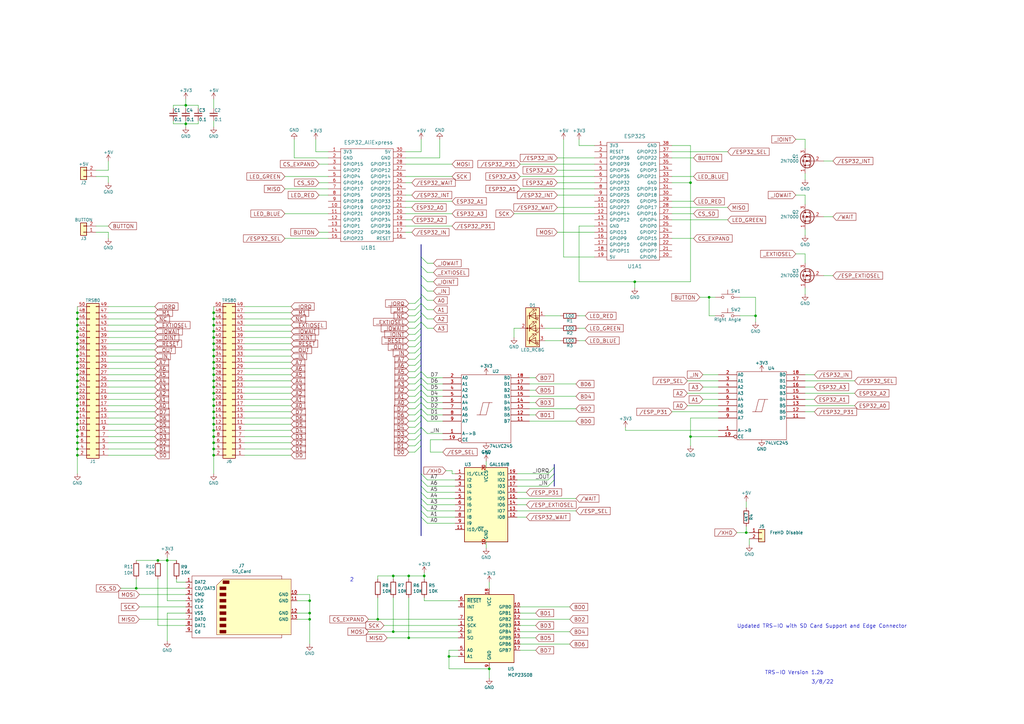
<source format=kicad_sch>
(kicad_sch (version 20211123) (generator eeschema)
  (paper "A3")
  (junction (at 87.63 179.07))
  (junction (at 306.07 218.44))
  (junction (at 31.75 128.27))
  (junction (at 167.64 261.62))
  (junction (at 87.63 184.15))
  (junction (at 31.75 130.81))
  (junction (at 31.75 184.15))
  (junction (at 200.66 274.32))
  (junction (at 127 251.46))
  (junction (at 87.63 135.89))
  (junction (at 87.63 161.29))
  (junction (at 87.63 168.91))
  (junction (at 154.94 254))
  (junction (at 87.63 143.51))
  (junction (at 31.75 140.97))
  (junction (at 87.63 171.45))
  (junction (at 290.83 121.92))
  (junction (at 260.35 115.57))
  (junction (at 87.63 173.99))
  (junction (at 87.63 163.83))
  (junction (at 87.63 156.21))
  (junction (at 31.75 173.99))
  (junction (at 87.63 158.75))
  (junction (at 87.63 130.81))
  (junction (at 31.75 166.37))
  (junction (at 87.63 128.27))
  (junction (at 31.75 135.89))
  (junction (at 31.75 153.67))
  (junction (at 31.75 181.61))
  (junction (at 173.99 236.22))
  (junction (at 31.75 161.29))
  (junction (at 76.2 50.8))
  (junction (at 55.88 241.3))
  (junction (at 283.21 74.93))
  (junction (at 184.15 269.24))
  (junction (at 31.75 163.83))
  (junction (at 31.75 133.35))
  (junction (at 87.63 148.59))
  (junction (at 31.75 168.91))
  (junction (at 167.64 236.22))
  (junction (at 31.75 171.45))
  (junction (at 87.63 133.35))
  (junction (at 31.75 176.53))
  (junction (at 87.63 140.97))
  (junction (at 87.63 146.05))
  (junction (at 87.63 153.67))
  (junction (at 31.75 179.07))
  (junction (at 31.75 148.59))
  (junction (at 31.75 186.69))
  (junction (at 87.63 166.37))
  (junction (at 31.75 158.75))
  (junction (at 309.88 129.54))
  (junction (at 31.75 156.21))
  (junction (at 161.29 236.22))
  (junction (at 87.63 186.69))
  (junction (at 31.75 138.43))
  (junction (at 31.75 151.13))
  (junction (at 161.29 259.08))
  (junction (at 87.63 181.61))
  (junction (at 283.21 179.07))
  (junction (at 76.2 43.18))
  (junction (at 31.75 146.05))
  (junction (at 87.63 151.13))
  (junction (at 127 254))
  (junction (at 87.63 176.53))
  (junction (at 87.63 138.43))
  (junction (at 68.58 229.87))
  (junction (at 64.77 229.87))
  (junction (at 31.75 143.51))
  (junction (at 127 246.38))
  (bus_entry (at 170.18 139.7) (size 2.54 -2.54))
  (bus_entry (at 172.72 170.18) (size 2.54 2.54))
  (bus_entry (at 170.18 172.72) (size 2.54 -2.54))
  (bus_entry (at 172.72 162.56) (size 2.54 2.54))
  (bus_entry (at 172.72 201.93) (size 2.54 2.54))
  (bus_entry (at 170.18 165.1) (size 2.54 -2.54))
  (bus_entry (at 170.18 144.78) (size 2.54 -2.54))
  (bus_entry (at 172.72 160.02) (size 2.54 2.54))
  (bus_entry (at 172.72 154.94) (size 2.54 2.54))
  (bus_entry (at 170.18 132.08) (size 2.54 -2.54))
  (bus_entry (at 172.72 209.55) (size 2.54 2.54))
  (bus_entry (at 172.72 165.1) (size 2.54 2.54))
  (bus_entry (at 172.72 124.46) (size 2.54 2.54))
  (bus_entry (at 224.79 196.85) (size 2.54 -2.54))
  (bus_entry (at 170.18 154.94) (size 2.54 -2.54))
  (bus_entry (at 172.72 207.01) (size 2.54 2.54))
  (bus_entry (at 172.72 113.03) (size 2.54 2.54))
  (bus_entry (at 170.18 162.56) (size 2.54 -2.54))
  (bus_entry (at 170.18 182.88) (size 2.54 -2.54))
  (bus_entry (at 172.72 204.47) (size 2.54 2.54))
  (bus_entry (at 170.18 149.86) (size 2.54 -2.54))
  (bus_entry (at 170.18 152.4) (size 2.54 -2.54))
  (bus_entry (at 172.72 196.85) (size 2.54 2.54))
  (bus_entry (at 170.18 129.54) (size 2.54 -2.54))
  (bus_entry (at 172.72 157.48) (size 2.54 2.54))
  (bus_entry (at 170.18 137.16) (size 2.54 -2.54))
  (bus_entry (at 172.72 120.65) (size 2.54 2.54))
  (bus_entry (at 224.79 199.39) (size 2.54 -2.54))
  (bus_entry (at 172.72 128.27) (size 2.54 2.54))
  (bus_entry (at 172.72 175.26) (size 2.54 2.54))
  (bus_entry (at 170.18 177.8) (size 2.54 -2.54))
  (bus_entry (at 172.72 116.84) (size 2.54 2.54))
  (bus_entry (at 170.18 167.64) (size 2.54 -2.54))
  (bus_entry (at 172.72 199.39) (size 2.54 2.54))
  (bus_entry (at 170.18 170.18) (size 2.54 -2.54))
  (bus_entry (at 172.72 132.08) (size 2.54 2.54))
  (bus_entry (at 170.18 180.34) (size 2.54 -2.54))
  (bus_entry (at 170.18 160.02) (size 2.54 -2.54))
  (bus_entry (at 172.72 152.4) (size 2.54 2.54))
  (bus_entry (at 172.72 212.09) (size 2.54 2.54))
  (bus_entry (at 170.18 124.46) (size 2.54 -2.54))
  (bus_entry (at 170.18 127) (size 2.54 -2.54))
  (bus_entry (at 172.72 167.64) (size 2.54 2.54))
  (bus_entry (at 170.18 142.24) (size 2.54 -2.54))
  (bus_entry (at 172.72 109.22) (size 2.54 2.54))
  (bus_entry (at 170.18 175.26) (size 2.54 -2.54))
  (bus_entry (at 224.79 194.31) (size 2.54 -2.54))
  (bus_entry (at 170.18 185.42) (size 2.54 -2.54))
  (bus_entry (at 170.18 157.48) (size 2.54 -2.54))
  (bus_entry (at 170.18 147.32) (size 2.54 -2.54))
  (bus_entry (at 172.72 194.31) (size 2.54 2.54))
  (bus_entry (at 170.18 134.62) (size 2.54 -2.54))
  (bus_entry (at 172.72 105.41) (size 2.54 2.54))
  (wire (pts (xy 175.26 172.72) (xy 181.61 172.72)))
  (wire (pts (xy 87.63 133.35) (xy 87.63 135.89)))
  (bus (pts (xy 172.72 172.72) (xy 172.72 175.26)))
  (wire (pts (xy 44.45 161.29) (xy 63.5 161.29)))
  (wire (pts (xy 175.26 165.1) (xy 181.61 165.1)))
  (wire (pts (xy 76.2 43.18) (xy 76.2 44.45)))
  (bus (pts (xy 172.72 139.7) (xy 172.72 142.24)))
  (wire (pts (xy 81.28 50.8) (xy 81.28 49.53)))
  (wire (pts (xy 87.63 173.99) (xy 87.63 176.53)))
  (wire (pts (xy 154.94 237.49) (xy 154.94 236.22)))
  (wire (pts (xy 44.45 184.15) (xy 63.5 184.15)))
  (wire (pts (xy 55.88 237.49) (xy 55.88 241.3)))
  (wire (pts (xy 100.33 163.83) (xy 119.38 163.83)))
  (wire (pts (xy 127 251.46) (xy 127 254)))
  (wire (pts (xy 100.33 184.15) (xy 119.38 184.15)))
  (wire (pts (xy 167.64 162.56) (xy 170.18 162.56)))
  (wire (pts (xy 167.64 177.8) (xy 170.18 177.8)))
  (wire (pts (xy 120.65 64.77) (xy 120.65 57.15)))
  (wire (pts (xy 167.64 149.86) (xy 170.18 149.86)))
  (wire (pts (xy 281.94 156.21) (xy 294.64 156.21)))
  (wire (pts (xy 87.63 151.13) (xy 87.63 153.67)))
  (wire (pts (xy 100.33 171.45) (xy 119.38 171.45)))
  (wire (pts (xy 44.45 69.85) (xy 44.45 66.04)))
  (wire (pts (xy 175.26 204.47) (xy 186.69 204.47)))
  (wire (pts (xy 100.33 135.89) (xy 119.38 135.89)))
  (wire (pts (xy 175.26 134.62) (xy 177.8 134.62)))
  (wire (pts (xy 287.02 121.92) (xy 290.83 121.92)))
  (wire (pts (xy 330.2 161.29) (xy 350.52 161.29)))
  (bus (pts (xy 172.72 165.1) (xy 172.72 167.64)))
  (wire (pts (xy 284.48 87.63) (xy 275.59 87.63)))
  (bus (pts (xy 172.72 129.54) (xy 172.72 132.08)))
  (wire (pts (xy 212.09 196.85) (xy 224.79 196.85)))
  (wire (pts (xy 175.26 127) (xy 177.8 127)))
  (bus (pts (xy 172.72 170.18) (xy 172.72 172.72)))
  (bus (pts (xy 172.72 167.64) (xy 172.72 170.18)))
  (wire (pts (xy 87.63 166.37) (xy 87.63 168.91)))
  (wire (pts (xy 87.63 156.21) (xy 87.63 158.75)))
  (wire (pts (xy 175.26 130.81) (xy 177.8 130.81)))
  (wire (pts (xy 100.33 158.75) (xy 119.38 158.75)))
  (wire (pts (xy 87.63 181.61) (xy 87.63 184.15)))
  (wire (pts (xy 39.37 69.85) (xy 44.45 69.85)))
  (wire (pts (xy 44.45 156.21) (xy 63.5 156.21)))
  (bus (pts (xy 172.72 128.27) (xy 172.72 129.54)))
  (wire (pts (xy 175.26 167.64) (xy 181.61 167.64)))
  (wire (pts (xy 167.64 170.18) (xy 170.18 170.18)))
  (wire (pts (xy 217.17 172.72) (xy 236.22 172.72)))
  (wire (pts (xy 44.45 181.61) (xy 63.5 181.61)))
  (wire (pts (xy 326.39 104.14) (xy 330.2 104.14)))
  (wire (pts (xy 100.33 125.73) (xy 119.38 125.73)))
  (wire (pts (xy 166.37 82.55) (xy 185.42 82.55)))
  (wire (pts (xy 116.84 77.47) (xy 134.62 77.47)))
  (wire (pts (xy 31.75 186.69) (xy 31.75 194.31)))
  (wire (pts (xy 213.36 248.92) (xy 233.68 248.92)))
  (wire (pts (xy 129.54 62.23) (xy 129.54 57.15)))
  (wire (pts (xy 44.45 173.99) (xy 63.5 173.99)))
  (wire (pts (xy 330.2 153.67) (xy 334.01 153.67)))
  (wire (pts (xy 260.35 115.57) (xy 260.35 118.11)))
  (wire (pts (xy 217.17 154.94) (xy 219.71 154.94)))
  (wire (pts (xy 100.33 130.81) (xy 119.38 130.81)))
  (wire (pts (xy 31.75 173.99) (xy 31.75 176.53)))
  (wire (pts (xy 175.26 201.93) (xy 186.69 201.93)))
  (wire (pts (xy 39.37 95.25) (xy 44.45 95.25)))
  (wire (pts (xy 237.49 92.71) (xy 237.49 115.57)))
  (wire (pts (xy 175.26 160.02) (xy 181.61 160.02)))
  (wire (pts (xy 260.35 115.57) (xy 237.49 115.57)))
  (wire (pts (xy 31.75 148.59) (xy 31.75 151.13)))
  (wire (pts (xy 71.12 49.53) (xy 71.12 50.8)))
  (wire (pts (xy 87.63 161.29) (xy 87.63 163.83)))
  (wire (pts (xy 100.33 151.13) (xy 119.38 151.13)))
  (bus (pts (xy 227.33 190.5) (xy 227.33 191.77)))
  (wire (pts (xy 326.39 57.15) (xy 330.2 57.15)))
  (wire (pts (xy 116.84 87.63) (xy 134.62 87.63)))
  (wire (pts (xy 68.58 229.87) (xy 68.58 228.6)))
  (bus (pts (xy 172.72 116.84) (xy 172.72 120.65)))
  (wire (pts (xy 217.17 162.56) (xy 236.22 162.56)))
  (wire (pts (xy 223.52 134.62) (xy 229.87 134.62)))
  (wire (pts (xy 87.63 148.59) (xy 87.63 151.13)))
  (wire (pts (xy 87.63 128.27) (xy 87.63 130.81)))
  (wire (pts (xy 330.2 104.14) (xy 330.2 107.95)))
  (wire (pts (xy 100.33 166.37) (xy 119.38 166.37)))
  (wire (pts (xy 293.37 129.54) (xy 290.83 129.54)))
  (wire (pts (xy 330.2 80.01) (xy 330.2 83.82)))
  (wire (pts (xy 100.33 161.29) (xy 119.38 161.29)))
  (bus (pts (xy 172.72 134.62) (xy 172.72 137.16)))
  (wire (pts (xy 228.6 64.77) (xy 243.84 64.77)))
  (wire (pts (xy 172.72 62.23) (xy 172.72 57.15)))
  (wire (pts (xy 31.75 153.67) (xy 31.75 156.21)))
  (wire (pts (xy 212.09 209.55) (xy 236.22 209.55)))
  (wire (pts (xy 121.92 243.84) (xy 127 243.84)))
  (wire (pts (xy 166.37 87.63) (xy 185.42 87.63)))
  (wire (pts (xy 231.14 105.41) (xy 243.84 105.41)))
  (wire (pts (xy 288.29 153.67) (xy 294.64 153.67)))
  (wire (pts (xy 326.39 80.01) (xy 330.2 80.01)))
  (bus (pts (xy 172.72 182.88) (xy 172.72 194.31)))
  (wire (pts (xy 76.2 246.38) (xy 68.58 246.38)))
  (wire (pts (xy 130.81 67.31) (xy 134.62 67.31)))
  (wire (pts (xy 31.75 176.53) (xy 31.75 179.07)))
  (wire (pts (xy 173.99 234.95) (xy 173.99 236.22)))
  (wire (pts (xy 175.26 123.19) (xy 177.8 123.19)))
  (wire (pts (xy 166.37 72.39) (xy 185.42 72.39)))
  (wire (pts (xy 243.84 74.93) (xy 228.6 74.93)))
  (wire (pts (xy 175.26 214.63) (xy 186.69 214.63)))
  (wire (pts (xy 303.53 121.92) (xy 309.88 121.92)))
  (wire (pts (xy 31.75 140.97) (xy 31.75 143.51)))
  (wire (pts (xy 213.36 72.39) (xy 243.84 72.39)))
  (wire (pts (xy 100.33 128.27) (xy 119.38 128.27)))
  (wire (pts (xy 184.15 266.7) (xy 187.96 266.7)))
  (wire (pts (xy 31.75 166.37) (xy 31.75 168.91)))
  (wire (pts (xy 290.83 129.54) (xy 290.83 121.92)))
  (wire (pts (xy 213.36 266.7) (xy 219.71 266.7)))
  (wire (pts (xy 100.33 186.69) (xy 119.38 186.69)))
  (wire (pts (xy 233.68 254) (xy 213.36 254)))
  (wire (pts (xy 167.64 182.88) (xy 170.18 182.88)))
  (wire (pts (xy 68.58 246.38) (xy 68.58 229.87)))
  (wire (pts (xy 243.84 67.31) (xy 213.36 67.31)))
  (wire (pts (xy 100.33 176.53) (xy 119.38 176.53)))
  (bus (pts (xy 172.72 147.32) (xy 172.72 149.86)))
  (wire (pts (xy 44.45 171.45) (xy 63.5 171.45)))
  (wire (pts (xy 199.39 224.79) (xy 199.39 222.25)))
  (wire (pts (xy 175.26 157.48) (xy 181.61 157.48)))
  (wire (pts (xy 100.33 156.21) (xy 119.38 156.21)))
  (bus (pts (xy 172.72 121.92) (xy 172.72 124.46)))
  (wire (pts (xy 290.83 121.92) (xy 293.37 121.92)))
  (wire (pts (xy 161.29 259.08) (xy 187.96 259.08)))
  (wire (pts (xy 31.75 161.29) (xy 31.75 163.83)))
  (bus (pts (xy 172.72 199.39) (xy 172.72 201.93)))
  (wire (pts (xy 87.63 130.81) (xy 87.63 133.35)))
  (wire (pts (xy 275.59 74.93) (xy 283.21 74.93)))
  (wire (pts (xy 283.21 115.57) (xy 260.35 115.57)))
  (wire (pts (xy 330.2 71.12) (xy 330.2 73.66)))
  (wire (pts (xy 167.64 237.49) (xy 167.64 236.22)))
  (wire (pts (xy 243.84 59.69) (xy 237.49 59.69)))
  (wire (pts (xy 309.88 129.54) (xy 309.88 132.08)))
  (wire (pts (xy 166.37 67.31) (xy 185.42 67.31)))
  (wire (pts (xy 213.36 134.62) (xy 210.82 134.62)))
  (wire (pts (xy 44.45 143.51) (xy 63.5 143.51)))
  (bus (pts (xy 227.33 194.31) (xy 227.33 196.85)))
  (wire (pts (xy 44.45 151.13) (xy 63.5 151.13)))
  (wire (pts (xy 256.54 176.53) (xy 256.54 175.26)))
  (wire (pts (xy 76.2 238.76) (xy 72.39 238.76)))
  (wire (pts (xy 87.63 158.75) (xy 87.63 161.29)))
  (wire (pts (xy 127 246.38) (xy 127 251.46)))
  (wire (pts (xy 100.33 181.61) (xy 119.38 181.61)))
  (wire (pts (xy 71.12 44.45) (xy 71.12 43.18)))
  (wire (pts (xy 217.17 167.64) (xy 236.22 167.64)))
  (wire (pts (xy 231.14 57.15) (xy 231.14 105.41)))
  (bus (pts (xy 172.72 209.55) (xy 172.72 212.09)))
  (wire (pts (xy 223.52 129.54) (xy 229.87 129.54)))
  (wire (pts (xy 167.64 261.62) (xy 187.96 261.62)))
  (wire (pts (xy 175.26 107.95) (xy 177.8 107.95)))
  (wire (pts (xy 175.26 177.8) (xy 181.61 177.8)))
  (wire (pts (xy 166.37 92.71) (xy 185.42 92.71)))
  (wire (pts (xy 100.33 173.99) (xy 119.38 173.99)))
  (wire (pts (xy 39.37 72.39) (xy 44.45 72.39)))
  (wire (pts (xy 167.64 165.1) (xy 170.18 165.1)))
  (wire (pts (xy 337.82 88.9) (xy 341.63 88.9)))
  (wire (pts (xy 281.94 166.37) (xy 294.64 166.37)))
  (wire (pts (xy 100.33 140.97) (xy 119.38 140.97)))
  (bus (pts (xy 227.33 196.85) (xy 227.33 199.39)))
  (wire (pts (xy 64.77 256.54) (xy 76.2 256.54)))
  (wire (pts (xy 71.12 43.18) (xy 76.2 43.18)))
  (wire (pts (xy 212.09 194.31) (xy 224.79 194.31)))
  (wire (pts (xy 31.75 138.43) (xy 31.75 140.97)))
  (wire (pts (xy 55.88 229.87) (xy 64.77 229.87)))
  (wire (pts (xy 213.36 264.16) (xy 233.68 264.16)))
  (wire (pts (xy 175.26 207.01) (xy 186.69 207.01)))
  (wire (pts (xy 184.15 269.24) (xy 184.15 266.7)))
  (wire (pts (xy 87.63 143.51) (xy 87.63 146.05)))
  (bus (pts (xy 172.72 201.93) (xy 172.72 204.47)))
  (wire (pts (xy 57.15 248.92) (xy 76.2 248.92)))
  (bus (pts (xy 172.72 132.08) (xy 172.72 134.62)))
  (wire (pts (xy 31.75 143.51) (xy 31.75 146.05)))
  (wire (pts (xy 176.53 180.34) (xy 176.53 185.42)))
  (wire (pts (xy 44.45 128.27) (xy 63.5 128.27)))
  (wire (pts (xy 330.2 156.21) (xy 350.52 156.21)))
  (wire (pts (xy 76.2 251.46) (xy 68.58 251.46)))
  (wire (pts (xy 219.71 251.46) (xy 213.36 251.46)))
  (wire (pts (xy 158.75 261.62) (xy 167.64 261.62)))
  (wire (pts (xy 237.49 139.7) (xy 240.03 139.7)))
  (wire (pts (xy 134.62 62.23) (xy 129.54 62.23)))
  (wire (pts (xy 213.36 77.47) (xy 243.84 77.47)))
  (wire (pts (xy 166.37 64.77) (xy 180.34 64.77)))
  (wire (pts (xy 275.59 85.09) (xy 298.45 85.09)))
  (wire (pts (xy 184.15 269.24) (xy 184.15 274.32)))
  (wire (pts (xy 31.75 133.35) (xy 31.75 135.89)))
  (wire (pts (xy 151.13 259.08) (xy 161.29 259.08)))
  (wire (pts (xy 309.88 121.92) (xy 309.88 129.54)))
  (wire (pts (xy 100.33 138.43) (xy 119.38 138.43)))
  (wire (pts (xy 121.92 254) (xy 127 254)))
  (bus (pts (xy 172.72 194.31) (xy 172.72 196.85)))
  (wire (pts (xy 330.2 163.83) (xy 334.01 163.83)))
  (wire (pts (xy 337.82 113.03) (xy 341.63 113.03)))
  (wire (pts (xy 31.75 128.27) (xy 31.75 130.81)))
  (bus (pts (xy 172.72 157.48) (xy 172.72 160.02)))
  (wire (pts (xy 200.66 238.76) (xy 200.66 241.3)))
  (wire (pts (xy 175.26 196.85) (xy 186.69 196.85)))
  (wire (pts (xy 44.45 148.59) (xy 63.5 148.59)))
  (wire (pts (xy 130.81 80.01) (xy 134.62 80.01)))
  (wire (pts (xy 243.84 95.25) (xy 228.6 95.25)))
  (wire (pts (xy 87.63 49.53) (xy 87.63 52.07)))
  (wire (pts (xy 166.37 85.09) (xy 168.91 85.09)))
  (wire (pts (xy 151.13 254) (xy 154.94 254)))
  (bus (pts (xy 172.72 137.16) (xy 172.72 139.7)))
  (wire (pts (xy 167.64 134.62) (xy 170.18 134.62)))
  (wire (pts (xy 121.92 246.38) (xy 127 246.38)))
  (bus (pts (xy 172.72 154.94) (xy 172.72 157.48)))
  (wire (pts (xy 44.45 95.25) (xy 44.45 97.79)))
  (wire (pts (xy 68.58 251.46) (xy 68.58 262.89)))
  (wire (pts (xy 44.45 135.89) (xy 63.5 135.89)))
  (wire (pts (xy 116.84 97.79) (xy 134.62 97.79)))
  (wire (pts (xy 44.45 125.73) (xy 63.5 125.73)))
  (bus (pts (xy 172.72 152.4) (xy 172.72 154.94)))
  (wire (pts (xy 275.59 59.69) (xy 283.21 59.69)))
  (wire (pts (xy 210.82 134.62) (xy 210.82 138.43)))
  (wire (pts (xy 275.59 97.79) (xy 284.48 97.79)))
  (wire (pts (xy 166.37 90.17) (xy 168.91 90.17)))
  (wire (pts (xy 76.2 50.8) (xy 76.2 52.07)))
  (wire (pts (xy 130.81 95.25) (xy 134.62 95.25)))
  (wire (pts (xy 127 254) (xy 127 264.16)))
  (wire (pts (xy 87.63 153.67) (xy 87.63 156.21)))
  (wire (pts (xy 175.26 199.39) (xy 186.69 199.39)))
  (wire (pts (xy 167.64 142.24) (xy 170.18 142.24)))
  (wire (pts (xy 167.64 127) (xy 170.18 127)))
  (wire (pts (xy 166.37 95.25) (xy 168.91 95.25)))
  (wire (pts (xy 76.2 43.18) (xy 81.28 43.18)))
  (wire (pts (xy 275.59 64.77) (xy 284.48 64.77)))
  (wire (pts (xy 31.75 184.15) (xy 31.75 186.69)))
  (wire (pts (xy 283.21 171.45) (xy 283.21 179.07)))
  (wire (pts (xy 337.82 66.04) (xy 341.63 66.04)))
  (bus (pts (xy 172.72 127) (xy 172.72 128.27)))
  (wire (pts (xy 44.45 168.91) (xy 63.5 168.91)))
  (wire (pts (xy 31.75 171.45) (xy 31.75 173.99)))
  (wire (pts (xy 44.45 140.97) (xy 63.5 140.97)))
  (wire (pts (xy 233.68 259.08) (xy 213.36 259.08)))
  (wire (pts (xy 306.07 205.74) (xy 306.07 208.28)))
  (wire (pts (xy 173.99 246.38) (xy 173.99 245.11)))
  (wire (pts (xy 237.49 129.54) (xy 240.03 129.54)))
  (wire (pts (xy 175.26 162.56) (xy 181.61 162.56)))
  (bus (pts (xy 172.72 120.65) (xy 172.72 121.92)))
  (wire (pts (xy 219.71 261.62) (xy 213.36 261.62)))
  (wire (pts (xy 298.45 90.17) (xy 275.59 90.17)))
  (wire (pts (xy 55.88 241.3) (xy 76.2 241.3)))
  (wire (pts (xy 330.2 168.91) (xy 334.01 168.91)))
  (wire (pts (xy 306.07 218.44) (xy 302.26 218.44)))
  (wire (pts (xy 44.45 72.39) (xy 44.45 74.93)))
  (wire (pts (xy 281.94 161.29) (xy 294.64 161.29)))
  (wire (pts (xy 130.81 74.93) (xy 134.62 74.93)))
  (wire (pts (xy 217.17 157.48) (xy 236.22 157.48)))
  (wire (pts (xy 283.21 179.07) (xy 283.21 182.88)))
  (wire (pts (xy 180.34 64.77) (xy 180.34 57.15)))
  (wire (pts (xy 167.64 172.72) (xy 170.18 172.72)))
  (wire (pts (xy 87.63 138.43) (xy 87.63 140.97)))
  (wire (pts (xy 87.63 176.53) (xy 87.63 179.07)))
  (bus (pts (xy 172.72 180.34) (xy 172.72 182.88)))
  (wire (pts (xy 212.09 204.47) (xy 236.22 204.47)))
  (wire (pts (xy 87.63 179.07) (xy 87.63 181.61)))
  (wire (pts (xy 76.2 40.64) (xy 76.2 43.18)))
  (wire (pts (xy 166.37 74.93) (xy 168.91 74.93)))
  (wire (pts (xy 167.64 245.11) (xy 167.64 261.62)))
  (wire (pts (xy 167.64 185.42) (xy 170.18 185.42)))
  (wire (pts (xy 87.63 168.91) (xy 87.63 171.45)))
  (wire (pts (xy 100.33 133.35) (xy 119.38 133.35)))
  (wire (pts (xy 212.09 201.93) (xy 215.9 201.93)))
  (bus (pts (xy 172.72 100.33) (xy 172.72 105.41)))
  (wire (pts (xy 44.45 186.69) (xy 63.5 186.69)))
  (wire (pts (xy 44.45 176.53) (xy 63.5 176.53)))
  (wire (pts (xy 87.63 163.83) (xy 87.63 166.37)))
  (wire (pts (xy 134.62 64.77) (xy 120.65 64.77)))
  (wire (pts (xy 31.75 125.73) (xy 31.75 128.27)))
  (wire (pts (xy 307.34 218.44) (xy 306.07 218.44)))
  (wire (pts (xy 176.53 185.42) (xy 181.61 185.42)))
  (wire (pts (xy 76.2 49.53) (xy 76.2 50.8)))
  (wire (pts (xy 87.63 184.15) (xy 87.63 186.69)))
  (wire (pts (xy 161.29 245.11) (xy 161.29 259.08)))
  (wire (pts (xy 161.29 236.22) (xy 167.64 236.22)))
  (wire (pts (xy 167.64 167.64) (xy 170.18 167.64)))
  (wire (pts (xy 167.64 139.7) (xy 170.18 139.7)))
  (wire (pts (xy 175.26 170.18) (xy 181.61 170.18)))
  (wire (pts (xy 116.84 72.39) (xy 134.62 72.39)))
  (wire (pts (xy 283.21 74.93) (xy 283.21 115.57)))
  (wire (pts (xy 57.15 254) (xy 76.2 254)))
  (wire (pts (xy 284.48 72.39) (xy 275.59 72.39)))
  (wire (pts (xy 100.33 143.51) (xy 119.38 143.51)))
  (wire (pts (xy 68.58 229.87) (xy 64.77 229.87)))
  (wire (pts (xy 44.45 166.37) (xy 63.5 166.37)))
  (wire (pts (xy 212.09 212.09) (xy 215.9 212.09)))
  (wire (pts (xy 167.64 132.08) (xy 170.18 132.08)))
  (wire (pts (xy 154.94 236.22) (xy 161.29 236.22)))
  (wire (pts (xy 87.63 140.97) (xy 87.63 143.51)))
  (wire (pts (xy 243.84 69.85) (xy 228.6 69.85)))
  (wire (pts (xy 167.64 152.4) (xy 170.18 152.4)))
  (wire (pts (xy 31.75 168.91) (xy 31.75 171.45)))
  (bus (pts (xy 172.72 196.85) (xy 172.72 199.39)))
  (wire (pts (xy 31.75 179.07) (xy 31.75 181.61)))
  (bus (pts (xy 172.72 142.24) (xy 172.72 144.78)))
  (wire (pts (xy 330.2 158.75) (xy 334.01 158.75)))
  (wire (pts (xy 237.49 59.69) (xy 237.49 57.15)))
  (wire (pts (xy 157.48 256.54) (xy 187.96 256.54)))
  (wire (pts (xy 303.53 129.54) (xy 309.88 129.54)))
  (wire (pts (xy 167.64 124.46) (xy 170.18 124.46)))
  (wire (pts (xy 100.33 146.05) (xy 119.38 146.05)))
  (wire (pts (xy 243.84 92.71) (xy 237.49 92.71)))
  (bus (pts (xy 172.72 109.22) (xy 172.72 113.03)))
  (wire (pts (xy 31.75 156.21) (xy 31.75 158.75)))
  (wire (pts (xy 167.64 157.48) (xy 170.18 157.48)))
  (wire (pts (xy 31.75 151.13) (xy 31.75 153.67)))
  (wire (pts (xy 44.45 146.05) (xy 63.5 146.05)))
  (wire (pts (xy 100.33 179.07) (xy 119.38 179.07)))
  (wire (pts (xy 72.39 238.76) (xy 72.39 237.49)))
  (wire (pts (xy 64.77 237.49) (xy 64.77 256.54)))
  (wire (pts (xy 31.75 181.61) (xy 31.75 184.15)))
  (wire (pts (xy 294.64 168.91) (xy 275.59 168.91)))
  (bus (pts (xy 172.72 177.8) (xy 172.72 180.34)))
  (wire (pts (xy 175.26 115.57) (xy 177.8 115.57)))
  (bus (pts (xy 172.72 144.78) (xy 172.72 147.32)))
  (wire (pts (xy 166.37 80.01) (xy 168.91 80.01)))
  (wire (pts (xy 44.45 138.43) (xy 63.5 138.43)))
  (wire (pts (xy 186.69 194.31) (xy 185.42 194.31)))
  (wire (pts (xy 100.33 168.91) (xy 119.38 168.91)))
  (wire (pts (xy 76.2 50.8) (xy 81.28 50.8)))
  (wire (pts (xy 167.64 147.32) (xy 170.18 147.32)))
  (wire (pts (xy 87.63 40.64) (xy 87.63 44.45)))
  (wire (pts (xy 175.26 212.09) (xy 186.69 212.09)))
  (wire (pts (xy 44.45 133.35) (xy 63.5 133.35)))
  (wire (pts (xy 187.96 269.24) (xy 184.15 269.24)))
  (wire (pts (xy 185.42 194.31) (xy 185.42 193.04)))
  (wire (pts (xy 181.61 180.34) (xy 176.53 180.34)))
  (wire (pts (xy 31.75 146.05) (xy 31.75 148.59)))
  (wire (pts (xy 31.75 163.83) (xy 31.75 166.37)))
  (wire (pts (xy 87.63 171.45) (xy 87.63 173.99)))
  (wire (pts (xy 175.26 119.38) (xy 177.8 119.38)))
  (wire (pts (xy 217.17 170.18) (xy 219.71 170.18)))
  (wire (pts (xy 200.66 274.32) (xy 200.66 278.13)))
  (bus (pts (xy 172.72 212.09) (xy 172.72 219.71)))
  (wire (pts (xy 167.64 175.26) (xy 170.18 175.26)))
  (wire (pts (xy 87.63 135.89) (xy 87.63 138.43)))
  (wire (pts (xy 330.2 57.15) (xy 330.2 60.96)))
  (wire (pts (xy 237.49 134.62) (xy 240.03 134.62)))
  (wire (pts (xy 44.45 179.07) (xy 63.5 179.07)))
  (wire (pts (xy 175.26 154.94) (xy 181.61 154.94)))
  (wire (pts (xy 31.75 158.75) (xy 31.75 161.29)))
  (wire (pts (xy 185.42 193.04) (xy 182.88 193.04)))
  (wire (pts (xy 217.17 160.02) (xy 219.71 160.02)))
  (wire (pts (xy 167.64 129.54) (xy 170.18 129.54)))
  (bus (pts (xy 172.72 113.03) (xy 172.72 116.84)))
  (wire (pts (xy 175.26 209.55) (xy 186.69 209.55)))
  (wire (pts (xy 121.92 251.46) (xy 127 251.46)))
  (wire (pts (xy 175.26 111.76) (xy 177.8 111.76)))
  (wire (pts (xy 167.64 137.16) (xy 170.18 137.16)))
  (wire (pts (xy 275.59 82.55) (xy 284.48 82.55)))
  (wire (pts (xy 31.75 135.89) (xy 31.75 138.43)))
  (wire (pts (xy 87.63 186.69) (xy 87.63 194.31)))
  (wire (pts (xy 49.53 241.3) (xy 55.88 241.3)))
  (wire (pts (xy 184.15 274.32) (xy 200.66 274.32)))
  (wire (pts (xy 166.37 62.23) (xy 172.72 62.23)))
  (wire (pts (xy 275.59 62.23) (xy 298.45 62.23)))
  (wire (pts (xy 283.21 59.69) (xy 283.21 74.93)))
  (wire (pts (xy 294.64 176.53) (xy 256.54 176.53)))
  (wire (pts (xy 294.64 171.45) (xy 283.21 171.45)))
  (wire (pts (xy 44.45 153.67) (xy 63.5 153.67)))
  (wire (pts (xy 173.99 236.22) (xy 173.99 237.49)))
  (wire (pts (xy 167.64 180.34) (xy 170.18 180.34)))
  (bus (pts (xy 172.72 149.86) (xy 172.72 152.4)))
  (bus (pts (xy 172.72 162.56) (xy 172.72 165.1)))
  (wire (pts (xy 31.75 130.81) (xy 31.75 133.35)))
  (bus (pts (xy 172.72 207.01) (xy 172.72 209.55)))
  (wire (pts (xy 223.52 139.7) (xy 229.87 139.7)))
  (wire (pts (xy 330.2 166.37) (xy 350.52 166.37)))
  (wire (pts (xy 154.94 254) (xy 187.96 254)))
  (wire (pts (xy 288.29 158.75) (xy 294.64 158.75)))
  (wire (pts (xy 154.94 245.11) (xy 154.94 254)))
  (wire (pts (xy 87.63 125.73) (xy 87.63 128.27)))
  (wire (pts (xy 39.37 92.71) (xy 44.45 92.71)))
  (wire (pts (xy 187.96 246.38) (xy 173.99 246.38)))
  (wire (pts (xy 161.29 237.49) (xy 161.29 236.22)))
  (wire (pts (xy 167.64 160.02) (xy 170.18 160.02)))
  (wire (pts (xy 199.39 189.23) (xy 199.39 191.77)))
  (bus (pts (xy 172.72 160.02) (xy 172.72 162.56)))
  (wire (pts (xy 212.09 207.01) (xy 215.9 207.01)))
  (bus (pts (xy 172.72 175.26) (xy 172.72 177.8)))
  (wire (pts (xy 228.6 80.01) (xy 243.84 80.01)))
  (bus (pts (xy 172.72 124.46) (xy 172.72 127)))
  (wire (pts (xy 81.28 43.18) (xy 81.28 44.45)))
  (wire (pts (xy 219.71 256.54) (xy 213.36 256.54)))
  (wire (pts (xy 71.12 50.8) (xy 76.2 50.8)))
  (wire (pts (xy 306.07 215.9) (xy 306.07 218.44)))
  (wire (pts (xy 212.09 199.39) (xy 224.79 199.39)))
  (wire (pts (xy 330.2 118.11) (xy 330.2 120.65)))
  (wire (pts (xy 44.45 163.83) (xy 63.5 163.83)))
  (wire (pts (xy 307.34 220.98) (xy 307.34 223.52)))
  (wire (pts (xy 294.64 179.07) (xy 283.21 179.07)))
  (wire (pts (xy 100.33 148.59) (xy 119.38 148.59)))
  (wire (pts (xy 57.15 243.84) (xy 76.2 243.84)))
  (wire (pts (xy 167.64 236.22) (xy 173.99 236.22)))
  (wire (pts (xy 217.17 165.1) (xy 219.71 165.1)))
  (wire (pts (xy 44.45 158.75) (xy 63.5 158.75)))
  (wire (pts (xy 167.64 154.94) (xy 170.18 154.94)))
  (bus (pts (xy 227.33 191.77) (xy 227.33 194.31)))
  (wire (pts (xy 167.64 144.78) (xy 170.18 144.78)))
  (wire (pts (xy 87.63 146.05) (xy 87.63 148.59)))
  (wire (pts (xy 127 243.84) (xy 127 246.38)))
  (wire (pts (xy 288.29 163.83) (xy 294.64 163.83)))
  (wire (pts (xy 330.2 93.98) (xy 330.2 96.52)))
  (wire (pts (xy 210.82 87.63) (xy 243.84 87.63)))
  (bus (pts (xy 172.72 105.41) (xy 172.72 109.22)))
  (wire (pts (xy 228.6 85.09) (xy 243.84 85.09)))
  (bus (pts (xy 172.72 204.47) (xy 172.72 207.01)))
  (wire (pts (xy 44.45 130.81) (xy 63.5 130.81)))
  (wire (pts (xy 72.39 229.87) (xy 68.58 229.87)))
  (wire (pts (xy 100.33 153.67) (xy 119.38 153.67)))
  (text "TRS-IO Version 1.2b" (at 313.69 276.86 0) (effects (font (size 1.524 1.524)) (justify left bottom)))
  (text "2" (at 143.51 238.76 0) (effects (font (size 1.524 1.524)) (justify left bottom)))
  (text "Updated TRS-IO with SD Card Support and Edge Connector" (at 302.26 257.81 0) (effects (font (size 1.524 1.524)) (justify left bottom)))
  (text "3/8/22" (at 332.74 280.67 0) (effects (font (size 1.524 1.524)) (justify left bottom)))
  (label "D7" (at 176.53 154.94 0) (effects (font (size 1.524 1.524))))
  (label "A2" (at 176.53 209.55 0) (effects (font (size 1.524 1.524))))
  (label "A6" (at 176.53 199.39 0) (effects (font (size 1.524 1.524))))
  (label "D2" (at 176.53 167.64 0) (effects (font (size 1.524 1.524))))
  (label "A7" (at 176.53 196.85 0) (effects (font (size 1.524 1.524))))
  (label "A5" (at 176.53 201.93 0) (effects (font (size 1.524 1.524))))
  (label "A1" (at 176.53 212.09 0) (effects (font (size 1.524 1.524))))
  (label "D5" (at 176.53 160.02 0) (effects (font (size 1.524 1.524))))
  (label "A4" (at 176.53 204.47 0) (effects (font (size 1.524 1.524))))
  (label "_IORQ" (at 218.44 194.31 0) (effects (font (size 1.524 1.524))))
  (label "_IN" (at 176.53 177.8 0) (effects (font (size 1.524 1.524))))
  (label "_IN" (at 220.98 199.39 0) (effects (font (size 1.524 1.524))))
  (label "D0" (at 176.53 172.72 0) (effects (font (size 1.524 1.524))))
  (label "D6" (at 176.53 157.48 0) (effects (font (size 1.524 1.524))))
  (label "D4" (at 176.53 162.56 0) (effects (font (size 1.524 1.524))))
  (label "A0" (at 176.53 214.63 0) (effects (font (size 1.524 1.524))))
  (label "D3" (at 176.53 165.1 0) (effects (font (size 1.524 1.524))))
  (label "D1" (at 176.53 170.18 0) (effects (font (size 1.524 1.524))))
  (label "A3" (at 176.53 207.01 0) (effects (font (size 1.524 1.524))))
  (label "_OUT" (at 219.71 196.85 0) (effects (font (size 1.524 1.524))))
  (global_label "LED_GREEN" (shape input) (at 240.03 134.62 0) (effects (font (size 1.524 1.524))) (property "Intersheet References" "${INTERSHEET_REFS}" (effects hide)))
  (global_label "_IN" (shape input) (at 288.29 153.67 180) (effects (font (size 1.524 1.524))) (property "Intersheet References" "${INTERSHEET_REFS}" (effects hide)))
  (global_label "_RESET" (shape input) (at 167.64 139.7 180) (effects (font (size 1.524 1.524))) (property "Intersheet References" "${INTERSHEET_REFS}" (effects hide)))
  (global_label "BUTTON" (shape input) (at 284.48 64.77 0) (effects (font (size 1.524 1.524))) (property "Intersheet References" "${INTERSHEET_REFS}" (effects hide)))
  (global_label "D7" (shape input) (at 167.64 167.64 180) (effects (font (size 1.524 1.524))) (property "Intersheet References" "${INTERSHEET_REFS}" (effects hide)))
  (global_label "BUTTON" (shape input) (at 44.45 92.71 0) (effects (font (size 1.524 1.524))) (property "Intersheet References" "${INTERSHEET_REFS}" (effects hide)))
  (global_label "ESP32_A3" (shape input) (at 185.42 87.63 0) (effects (font (size 1.524 1.524))) (property "Intersheet References" "${INTERSHEET_REFS}" (effects hide)))
  (global_label "MISO" (shape input) (at 158.75 261.62 180) (effects (font (size 1.524 1.524))) (property "Intersheet References" "${INTERSHEET_REFS}" (effects hide)))
  (global_label "A0" (shape input) (at 119.38 166.37 0) (effects (font (size 1.524 1.524))) (property "Intersheet References" "${INTERSHEET_REFS}" (effects hide)))
  (global_label "/ESP32_P31" (shape input) (at 213.36 67.31 180) (effects (font (size 1.524 1.524))) (property "Intersheet References" "${INTERSHEET_REFS}" (effects hide)))
  (global_label "BD0" (shape input) (at 236.22 172.72 0) (effects (font (size 1.524 1.524))) (property "Intersheet References" "${INTERSHEET_REFS}" (effects hide)))
  (global_label "A0" (shape input) (at 63.5 166.37 0) (effects (font (size 1.524 1.524))) (property "Intersheet References" "${INTERSHEET_REFS}" (effects hide)))
  (global_label "NC" (shape input) (at 167.64 129.54 180) (effects (font (size 1.524 1.524))) (property "Intersheet References" "${INTERSHEET_REFS}" (effects hide)))
  (global_label "ESP32_A3" (shape input) (at 334.01 158.75 0) (effects (font (size 1.524 1.524))) (property "Intersheet References" "${INTERSHEET_REFS}" (effects hide)))
  (global_label "A4" (shape input) (at 63.5 156.21 0) (effects (font (size 1.524 1.524))) (property "Intersheet References" "${INTERSHEET_REFS}" (effects hide)))
  (global_label "/ESP_EXTIOSEL" (shape input) (at 215.9 207.01 0) (effects (font (size 1.524 1.524))) (property "Intersheet References" "${INTERSHEET_REFS}" (effects hide)))
  (global_label "/ESP32_IN" (shape input) (at 334.01 153.67 0) (effects (font (size 1.524 1.524))) (property "Intersheet References" "${INTERSHEET_REFS}" (effects hide)))
  (global_label "/ESP32_P31" (shape input) (at 334.01 168.91 0) (effects (font (size 1.524 1.524))) (property "Intersheet References" "${INTERSHEET_REFS}" (effects hide)))
  (global_label "A1" (shape input) (at 63.5 163.83 0) (effects (font (size 1.524 1.524))) (property "Intersheet References" "${INTERSHEET_REFS}" (effects hide)))
  (global_label "D6" (shape input) (at 119.38 171.45 0) (effects (font (size 1.524 1.524))) (property "Intersheet References" "${INTERSHEET_REFS}" (effects hide)))
  (global_label "A1" (shape input) (at 288.29 163.83 180) (effects (font (size 1.524 1.524))) (property "Intersheet References" "${INTERSHEET_REFS}" (effects hide)))
  (global_label "/ESP32_SEL" (shape input) (at 116.84 97.79 180) (effects (font (size 1.524 1.524))) (property "Intersheet References" "${INTERSHEET_REFS}" (effects hide)))
  (global_label "D1" (shape input) (at 167.64 182.88 180) (effects (font (size 1.524 1.524))) (property "Intersheet References" "${INTERSHEET_REFS}" (effects hide)))
  (global_label "D5" (shape input) (at 167.64 172.72 180) (effects (font (size 1.524 1.524))) (property "Intersheet References" "${INTERSHEET_REFS}" (effects hide)))
  (global_label "_M1" (shape input) (at 63.5 128.27 0) (effects (font (size 1.524 1.524))) (property "Intersheet References" "${INTERSHEET_REFS}" (effects hide)))
  (global_label "SCK" (shape input) (at 210.82 87.63 180) (effects (font (size 1.524 1.524))) (property "Intersheet References" "${INTERSHEET_REFS}" (effects hide)))
  (global_label "D7" (shape input) (at 63.5 168.91 0) (effects (font (size 1.524 1.524))) (property "Intersheet References" "${INTERSHEET_REFS}" (effects hide)))
  (global_label "_IORQ" (shape input) (at 63.5 125.73 0) (effects (font (size 1.524 1.524))) (property "Intersheet References" "${INTERSHEET_REFS}" (effects hide)))
  (global_label "/ESP_SEL" (shape input) (at 236.22 209.55 0) (effects (font (size 1.524 1.524))) (property "Intersheet References" "${INTERSHEET_REFS}" (effects hide)))
  (global_label "ESP32_A2" (shape input) (at 350.52 161.29 0) (effects (font (size 1.524 1.524))) (property "Intersheet References" "${INTERSHEET_REFS}" (effects hide)))
  (global_label "D5" (shape input) (at 119.38 173.99 0) (effects (font (size 1.524 1.524))) (property "Intersheet References" "${INTERSHEET_REFS}" (effects hide)))
  (global_label "_IOWAIT" (shape input) (at 326.39 80.01 180) (effects (font (size 1.524 1.524))) (property "Intersheet References" "${INTERSHEET_REFS}" (effects hide)))
  (global_label "/ESP32_SEL" (shape input) (at 350.52 156.21 0) (effects (font (size 1.524 1.524))) (property "Intersheet References" "${INTERSHEET_REFS}" (effects hide)))
  (global_label "MISO" (shape input) (at 116.84 77.47 180) (effects (font (size 1.524 1.524))) (property "Intersheet References" "${INTERSHEET_REFS}" (effects hide)))
  (global_label "LED_GREEN" (shape input) (at 116.84 72.39 180) (effects (font (size 1.524 1.524))) (property "Intersheet References" "${INTERSHEET_REFS}" (effects hide)))
  (global_label "CS_EXPAND" (shape input) (at 151.13 254 180) (effects (font (size 1.524 1.524))) (property "Intersheet References" "${INTERSHEET_REFS}" (effects hide)))
  (global_label "NC" (shape input) (at 119.38 130.81 0) (effects (font (size 1.524 1.524))) (property "Intersheet References" "${INTERSHEET_REFS}" (effects hide)))
  (global_label "A4" (shape input) (at 119.38 156.21 0) (effects (font (size 1.524 1.524))) (property "Intersheet References" "${INTERSHEET_REFS}" (effects hide)))
  (global_label "A3" (shape input) (at 119.38 158.75 0) (effects (font (size 1.524 1.524))) (property "Intersheet References" "${INTERSHEET_REFS}" (effects hide)))
  (global_label "BD3" (shape input) (at 219.71 256.54 0) (effects (font (size 1.524 1.524))) (property "Intersheet References" "${INTERSHEET_REFS}" (effects hide)))
  (global_label "D1" (shape input) (at 63.5 184.15 0) (effects (font (size 1.524 1.524))) (property "Intersheet References" "${INTERSHEET_REFS}" (effects hide)))
  (global_label "MOSI" (shape input) (at 185.42 67.31 0) (effects (font (size 1.524 1.524))) (property "Intersheet References" "${INTERSHEET_REFS}" (effects hide)))
  (global_label "A7" (shape input) (at 167.64 147.32 180) (effects (font (size 1.524 1.524))) (property "Intersheet References" "${INTERSHEET_REFS}" (effects hide)))
  (global_label "D6" (shape input) (at 63.5 171.45 0) (effects (font (size 1.524 1.524))) (property "Intersheet References" "${INTERSHEET_REFS}" (effects hide)))
  (global_label "LED_GREEN" (shape input) (at 298.45 90.17 0) (effects (font (size 1.524 1.524))) (property "Intersheet References" "${INTERSHEET_REFS}" (effects hide)))
  (global_label "/ESP32_INT" (shape input) (at 168.91 80.01 0) (effects (font (size 1.524 1.524))) (property "Intersheet References" "${INTERSHEET_REFS}" (effects hide)))
  (global_label "D3" (shape input) (at 119.38 179.07 0) (effects (font (size 1.524 1.524))) (property "Intersheet References" "${INTERSHEET_REFS}" (effects hide)))
  (global_label "BUTTON" (shape input) (at 287.02 121.92 180) (effects (font (size 1.524 1.524))) (property "Intersheet References" "${INTERSHEET_REFS}" (effects hide)))
  (global_label "A5" (shape input) (at 167.64 152.4 180) (effects (font (size 1.524 1.524))) (property "Intersheet References" "${INTERSHEET_REFS}" (effects hide)))
  (global_label "_RESET" (shape input) (at 119.38 140.97 0) (effects (font (size 1.524 1.524))) (property "Intersheet References" "${INTERSHEET_REFS}" (effects hide)))
  (global_label "A6" (shape input) (at 63.5 151.13 0) (effects (font (size 1.524 1.524))) (property "Intersheet References" "${INTERSHEET_REFS}" (effects hide)))
  (global_label "_IOINT" (shape input) (at 63.5 138.43 0) (effects (font (size 1.524 1.524))) (property "Intersheet References" "${INTERSHEET_REFS}" (effects hide)))
  (global_label "/ESP32_WAIT" (shape input) (at 215.9 212.09 0) (effects (font (size 1.524 1.524))) (property "Intersheet References" "${INTERSHEET_REFS}" (effects hide)))
  (global_label "_IOWAIT" (shape input) (at 119.38 135.89 0) (effects (font (size 1.524 1.524))) (property "Intersheet References" "${INTERSHEET_REFS}" (effects hide)))
  (global_label "A1" (shape input) (at 177.8 127 0) (effects (font (size 1.524 1.524))) (property "Intersheet References" "${INTERSHEET_REFS}" (effects hide)))
  (global_label "BD2" (shape input) (at 236.22 167.64 0) (effects (font (size 1.524 1.524))) (property "Intersheet References" "${INTERSHEET_REFS}" (effects hide)))
  (global_label "_IOWAIT" (shape input) (at 167.64 134.62 180) (effects (font (size 1.524 1.524))) (property "Intersheet References" "${INTERSHEET_REFS}" (effects hide)))
  (global_label "CS_EXPAND" (shape input) (at 284.48 97.79 0) (effects (font (size 1.524 1.524))) (property "Intersheet References" "${INTERSHEET_REFS}" (effects hide)))
  (global_label "D3" (shape input) (at 63.5 179.07 0) (effects (font (size 1.524 1.524))) (property "Intersheet References" "${INTERSHEET_REFS}" (effects hide)))
  (global_label "/ESP_EXTIOSEL" (shape input) (at 341.63 113.03 0) (effects (font (size 1.524 1.524))) (property "Intersheet References" "${INTERSHEET_REFS}" (effects hide)))
  (global_label "A0" (shape input) (at 177.8 123.19 0) (effects (font (size 1.524 1.524))) (property "Intersheet References" "${INTERSHEET_REFS}" (effects hide)))
  (global_label "BD4" (shape input) (at 233.68 259.08 0) (effects (font (size 1.524 1.524))) (property "Intersheet References" "${INTERSHEET_REFS}" (effects hide)))
  (global_label "D0" (shape input) (at 63.5 186.69 0) (effects (font (size 1.524 1.524))) (property "Intersheet References" "${INTERSHEET_REFS}" (effects hide)))
  (global_label "/ESP32_INT" (shape input) (at 228.6 80.01 180) (effects (font (size 1.524 1.524))) (property "Intersheet References" "${INTERSHEET_REFS}" (effects hide)))
  (global_label "NC" (shape input) (at 63.5 130.81 0) (effects (font (size 1.524 1.524))) (property "Intersheet References" "${INTERSHEET_REFS}" (effects hide)))
  (global_label "_EXTIOSEL" (shape input) (at 119.38 133.35 0) (effects (font (size 1.524 1.524))) (property "Intersheet References" "${INTERSHEET_REFS}" (effects hide)))
  (global_label "/ESP_P31" (shape input) (at 275.59 168.91 180) (effects (font (size 1.524 1.524))) (property "Intersheet References" "${INTERSHEET_REFS}" (effects hide)))
  (global_label "_IN" (shape input) (at 167.64 144.78 180) (effects (font (size 1.524 1.524))) (property "Intersheet References" "${INTERSHEET_REFS}" (effects hide)))
  (global_label "/ESP32_WAIT" (shape input) (at 168.91 74.93 0) (effects (font (size 1.524 1.524))) (property "Intersheet References" "${INTERSHEET_REFS}" (effects hide)))
  (global_label "_OUT" (shape input) (at 119.38 143.51 0) (effects (font (size 1.524 1.524))) (property "Intersheet References" "${INTERSHEET_REFS}" (effects hide)))
  (global_label "CS_EXPAND" (shape input) (at 130.81 67.31 180) (effects (font (size 1.524 1.524))) (property "Intersheet References" "${INTERSHEET_REFS}" (effects hide)))
  (global_label "BD1" (shape input) (at 219.71 251.46 0) (effects (font (size 1.524 1.524))) (property "Intersheet References" "${INTERSHEET_REFS}" (effects hide)))
  (global_label "/ESP32_IN" (shape input) (at 168.91 95.25 0) (effects (font (size 1.524 1.524))) (property "Intersheet References" "${INTERSHEET_REFS}" (effects hide)))
  (global_label "BD6" (shape input) (at 236.22 157.48 0) (effects (font (size 1.524 1.524))) (property "Intersheet References" "${INTERSHEET_REFS}" (effects hide)))
  (global_label "_IORQ" (shape input) (at 119.38 125.73 0) (effects (font (size 1.524 1.524))) (property "Intersheet References" "${INTERSHEET_REFS}" (effects hide)))
  (global_label "SCK" (shape input) (at 57.15 248.92 180) (effects (font (size 1.524 1.524))) (property "Intersheet References" "${INTERSHEET_REFS}" (effects hide)))
  (global_label "MISO" (shape input) (at 57.15 254 180) (effects (font (size 1.524 1.524))) (property "Intersheet References" "${INTERSHEET_REFS}" (effects hide)))
  (global_label "/ESP32_IN" (shape input) (at 228.6 64.77 180) (effects (font (size 1.524 1.524))) (property "Intersheet References" "${INTERSHEET_REFS}" (effects hide)))
  (global_label "BD3" (shape input) (at 219.71 165.1 0) (effects (font (size 1.524 1.524))) (property "Intersheet References" "${INTERSHEET_REFS}" (effects hide)))
  (global_label "A2" (shape input) (at 119.38 161.29 0) (effects (font (size 1.524 1.524))) (property "Intersheet References" "${INTERSHEET_REFS}" (effects hide)))
  (global_label "_IOINT" (shape input) (at 119.38 138.43 0) (effects (font (size 1.524 1.524))) (property "Intersheet References" "${INTERSHEET_REFS}" (effects hide)))
  (global_label "MOSI" (shape input) (at 151.13 259.08 180) (effects (font (size 1.524 1.524))) (property "Intersheet References" "${INTERSHEET_REFS}" (effects hide)))
  (global_label "D0" (shape input) (at 167.64 185.42 180) (effects (font (size 1.524 1.524))) (property "Intersheet References" "${INTERSHEET_REFS}" (effects hide)))
  (global_label "_EXTIOSEL" (shape input) (at 167.64 132.08 180) (effects (font (size 1.524 1.524))) (property "Intersheet References" "${INTERSHEET_REFS}" (effects hide)))
  (global_label "_OUT" (shape input) (at 63.5 143.51 0) (effects (font (size 1.524 1.524))) (property "Intersheet References" "${INTERSHEET_REFS}" (effects hide)))
  (global_label "A5" (shape input) (at 119.38 153.67 0) (effects (font (size 1.524 1.524))) (property "Intersheet References" "${INTERSHEET_REFS}" (effects hide)))
  (global_label "BUTTON" (shape input) (at 130.81 95.25 180) (effects (font (size 1.524 1.524))) (property "Intersheet References" "${INTERSHEET_REFS}" (effects hide)))
  (global_label "LED_RED" (shape input) (at 284.48 82.55 0) (effects (font (size 1.524 1.524))) (property "Intersheet References" "${INTERSHEET_REFS}" (effects hide)))
  (global_label "A2" (shape input) (at 281.94 161.29 180) (effects (font (size 1.524 1.524))) (property "Intersheet References" "${INTERSHEET_REFS}" (effects hide)))
  (global_label "/ESP32_P31" (shape input) (at 185.42 92.71 0) (effects (font (size 1.524 1.524))) (property "Intersheet References" "${INTERSHEET_REFS}" (effects hide)))
  (global_label "D7" (shape input) (at 119.38 168.91 0) (effects (font (size 1.524 1.524))) (property "Intersheet References" "${INTERSHEET_REFS}" (effects hide)))
  (global_label "A7" (shape input) (at 119.38 148.59 0) (effects (font (size 1.524 1.524))) (property "Intersheet References" "${INTERSHEET_REFS}" (effects hide)))
  (global_label "D6" (shape input) (at 167.64 170.18 180) (effects (font (size 1.524 1.524))) (property "Intersheet References" "${INTERSHEET_REFS}" (effects hide)))
  (global_label "A2" (shape input) (at 177.8 130.81 0) (effects (font (size 1.524 1.524))) (property "Intersheet References" "${INTERSHEET_REFS}" (effects hide)))
  (global_label "BD7" (shape input) (at 219.71 266.7 0) (effects (font (size 1.524 1.524))) (property "Intersheet References" "${INTERSHEET_REFS}" (effects hide)))
  (global_label "LED_RED" (shape input) (at 130.81 80.01 180) (effects (font (size 1.524 1.524))) (property "Intersheet References" "${INTERSHEET_REFS}" (effects hide)))
  (global_label "/XHD" (shape input) (at 302.26 218.44 180) (effects (font (size 1.524 1.524))) (property "Intersheet References" "${INTERSHEET_REFS}" (effects hide)))
  (global_label "_EXTIOSEL" (shape input) (at 177.8 111.76 0) (effects (font (size 1.524 1.524))) (property "Intersheet References" "${INTERSHEET_REFS}" (effects hide)))
  (global_label "BD4" (shape input) (at 236.22 162.56 0) (effects (font (size 1.524 1.524))) (property "Intersheet References" "${INTERSHEET_REFS}" (effects hide)))
  (global_label "_IOWAIT" (shape input) (at 177.8 107.95 0) (effects (font (size 1.524 1.524))) (property "Intersheet References" "${INTERSHEET_REFS}" (effects hide)))
  (global_label "_RESET" (shape input) (at 63.5 140.97 0) (effects (font (size 1.524 1.524))) (property "Intersheet References" "${INTERSHEET_REFS}" (effects hide)))
  (global_label "D3" (shape input) (at 167.64 177.8 180) (effects (font (size 1.524 1.524))) (property "Intersheet References" "${INTERSHEET_REFS}" (effects hide)))
  (global_label "ESP32_A2" (shape input) (at 168.91 90.17 0) (effects (font (size 1.524 1.524))) (property "Intersheet References" "${INTERSHEET_REFS}" (effects hide)))
  (global_label "LED_BLUE" (shape input) (at 116.84 87.63 180) (effects (font (size 1.524 1.524))) (property "Intersheet References" "${INTERSHEET_REFS}" (effects hide)))
  (global_label "ESP32_A1" (shape input) (at 334.01 163.83 0) (effects (font (size 1.524 1.524))) (property "Intersheet References" "${INTERSHEET_REFS}" (effects hide)))
  (global_label "A0" (shape input) (at 281.94 166.37 180) (effects (font (size 1.524 1.524))) (property "Intersheet References" "${INTERSHEET_REFS}" (effects hide)))
  (global_label "/XHD" (shape input) (at 182.88 193.04 180) (effects (font (size 1.524 1.524))) (property "Intersheet References" "${INTERSHEET_REFS}" (effects hide)))
  (global_label "_IOINT" (shape input) (at 177.8 115.57 0) (effects (font (size 1.524 1.524))) (property "Intersheet References" "${INTERSHEET_REFS}" (effects hide)))
  (global_label "CS_SD" (shape input) (at 130.81 74.93 180) (effects (font (size 1.524 1.524))) (property "Intersheet References" "${INTERSHEET_REFS}" (effects hide)))
  (global_label "/ESP_P31" (shape input) (at 215.9 201.93 0) (effects (font (size 1.524 1.524))) (property "Intersheet References" "${INTERSHEET_REFS}" (effects hide)))
  (global_label "A6" (shape input) (at 167.64 149.86 180) (effects (font (size 1.524 1.524))) (property "Intersheet References" "${INTERSHEET_REFS}" (effects hide)))
  (global_label "ESP32_A0" (shape input) (at 350.52 166.37 0) (effects (font (size 1.524 1.524))) (property "Intersheet References" "${INTERSHEET_REFS}" (effects hide)))
  (global_label "_M1" (shape input) (at 167.64 127 180) (effects (font (size 1.524 1.524))) (property "Intersheet References" "${INTERSHEET_REFS}" (effects hide)))
  (global_label "D4" (shape input) (at 119.38 176.53 0) (effects (font (size 1.524 1.524))) (property "Intersheet References" "${INTERSHEET_REFS}" (effects hide)))
  (global_label "_IOINT" (shape input) (at 326.39 57.15 180) (effects (font (size 1.524 1.524))) (property "Intersheet References" "${INTERSHEET_REFS}" (effects hide)))
  (global_label "D5" (shape input) (at 63.5 173.99 0) (effects (font (size 1.524 1.524))) (property "Intersheet References" "${INTERSHEET_REFS}" (effects hide)))
  (global_label "LED_BLUE" (shape input) (at 284.48 72.39 0) (effects (font (size 1.524 1.524))) (property "Intersheet References" "${INTERSHEET_REFS}" (effects hide)))
  (global_label "A3" (shape input) (at 167.64 157.48 180) (effects (font (size 1.524 1.524))) (property "Intersheet References" "${INTERSHEET_REFS}" (effects hide)))
  (global_label "MOSI" (shape input) (at 57.15 243.84 180) (effects (font (size 1.524 1.524))) (property "Intersheet References" "${INTERSHEET_REFS}" (effects hide)))
  (global_label "/WAIT" (shape input) (at 236.22 204.47 0) (effects (font (size 1.524 1.524))) (property "Intersheet References" "${INTERSHEET_REFS}" (effects hide)))
  (global_label "ESP32_A1" (shape input) (at 213.36 77.47 180) (effects (font (size 1.524 1.524))) (property "Intersheet References" "${INTERSHEET_REFS}" (effects hide)))
  (global_label "A0" (shape input) (at 167.64 165.1 180) (effects (font (size 1.524 1.524))) (property "Intersheet References" "${INTERSHEET_REFS}" (effects hide)))
  (global_label "BD5" (shape input) (at 219.71 261.62 0) (effects (font (size 1.524 1.524))) (property "Intersheet References" "${INTERSHEET_REFS}" (effects hide)))
  (global_label "D4" (shape input) (at 63.5 176.53 0) (effects (font (size 1.524 1.524))) (property "Intersheet References" "${INTERSHEET_REFS}" (effects hide)))
  (global_label "A1" (shape input) (at 119.38 163.83 0) (effects (font (size 1.524 1.524))) (property "Intersheet References" "${INTERSHEET_REFS}" (effects hide)))
  (global_label "BD6" (shape input) (at 233.68 264.16 0) (effects (font (size 1.524 1.524))) (property "Intersheet References" "${INTERSHEET_REFS}" (effects hide)))
  (global_label "_IN" (shape input) (at 119.38 146.05 0) (effects (font (size 1.524 1.524))) (property "Intersheet References" "${INTERSHEET_REFS}" (effects hide)))
  (global_label "A6" (shape input) (at 119.38 151.13 0) (effects (font (size 1.524 1.524))) (property "Intersheet References" "${INTERSHEET_REFS}" (effects hide)))
  (global_label "CS_SD" (shape input) (at 49.53 241.3 180) (effects (font (size 1.524 1.524))) (property "Intersheet References" "${INTERSHEET_REFS}" (effects hide)))
  (global_label "ESP32_A2" (shape input) (at 228.6 69.85 180) (effects (font (size 1.524 1.524))) (property "Intersheet References" "${INTERSHEET_REFS}" (effects hide)))
  (global_label "/ESP32_WAIT" (shape input) (at 228.6 85.09 180) (effects (font (size 1.524 1.524))) (property "Intersheet References" "${INTERSHEET_REFS}" (effects hide)))
  (global_label "_EXTIOSEL" (shape input) (at 63.5 133.35 0) (effects (font (size 1.524 1.524))) (property "Intersheet References" "${INTERSHEET_REFS}" (effects hide)))
  (global_label "A2" (shape input) (at 63.5 161.29 0) (effects (font (size 1.524 1.524))) (property "Intersheet References" "${INTERSHEET_REFS}" (effects hide)))
  (global_label "D0" (shape input) (at 119.38 186.69 0) (effects (font (size 1.524 1.524))) (property "Intersheet References" "${INTERSHEET_REFS}" (effects hide)))
  (global_label "A5" (shape input) (at 63.5 153.67 0) (effects (font (size 1.524 1.524))) (property "Intersheet References" "${INTERSHEET_REFS}" (effects hide)))
  (global_label "_EXTIOSEL" (shape input) (at 326.39 104.14 180) (effects (font (size 1.524 1.524))) (property "Intersheet References" "${INTERSHEET_REFS}" (effects hide)))
  (global_label "BD0" (shape input) (at 233.68 248.92 0) (effects (font (size 1.524 1.524))) (property "Intersheet References" "${INTERSHEET_REFS}" (effects hide)))
  (global_label "ESP32_A0" (shape input) (at 168.91 85.09 0) (effects (font (size 1.524 1.524))) (property "Intersheet References" "${INTERSHEET_REFS}" (effects hide)))
  (global_label "LED_RED" (shape input) (at 240.03 129.54 0) (effects (font (size 1.524 1.524))) (property "Intersheet References" "${INTERSHEET_REFS}" (effects hide)))
  (global_label "LED_BLUE" (shape input) (at 240.03 139.7 0) (effects (font (size 1.524 1.524))) (property "Intersheet References" "${INTERSHEET_REFS}" (effects hide)))
  (global_label "A3" (shape input) (at 63.5 158.75 0) (effects (font (size 1.524 1.524))) (property "Intersheet References" "${INTERSHEET_REFS}" (effects hide)))
  (global_label "/ESP32_INT" (shape input) (at 341.63 66.04 0) (effects (font (size 1.524 1.524))) (property "Intersheet References" "${INTERSHEET_REFS}" (effects hide)))
  (global_label "ESP32_A0" (shape input) (at 228.6 74.93 180) (effects (font (size 1.524 1.524))) (property "Intersheet References" "${INTERSHEET_REFS}" (effects hide)))
  (global_label "BD2" (shape input) (at 233.68 254 0) (effects (font (size 1.524 1.524))) (property "Intersheet References" "${INTERSHEET_REFS}" (effects hide)))
  (global_label "MISO" (shape input) (at 298.45 85.09 0) (effects (font (size 1.524 1.524))) (property "Intersheet References" "${INTERSHEET_REFS}" (effects hide)))
  (global_label "/ESP_SEL" (shape input) (at 281.94 156.21 180) (effects (font (size 1.524 1.524))) (property "Intersheet References" "${INTERSHEET_REFS}" (effects hide)))
  (global_label "ESP32_A1" (shape input) (at 185.42 82.55 0) (effects (font (size 1.524 1.524))) (property "Intersheet References" "${INTERSHEET_REFS}" (effects hide)))
  (global_label "A1" (shape input) (at 167.64 162.56 180) (effects (font (size 1.524 1.524))) (property "Intersheet References" "${INTERSHEET_REFS}" (effects hide)))
  (global_label "A3" (shape input) (at 177.8 134.62 0) (effects (font (size 1.524 1.524))) (property "Intersheet References" "${INTERSHEET_REFS}" (effects hide)))
  (global_label "D4" (shape input) (at 167.64 175.26 180) (effects (font (size 1.524 1.524))) (property "Intersheet References" "${INTERSHEET_REFS}" (effects hide)))
  (global_label "A4" (shape input) (at 167.64 154.94 180) (effects (font (size 1.524 1.524))) (property "Intersheet References" "${INTERSHEET_REFS}" (effects hide)))
  (global_label "A7" (shape input) (at 63.5 148.59 0) (effects (font (size 1.524 1.524))) (property "Intersheet References" "${INTERSHEET_REFS}" (effects hide)))
  (global_label "A3" (shape input) (at 288.29 158.75 180) (effects (font (size 1.524 1.524))) (property "Intersheet References" "${INTERSHEET_REFS}" (effects hide)))
  (global_label "MOSI" (shape input) (at 228.6 95.25 180) (effects (font (size 1.524 1.524))) (property "Intersheet References" "${INTERSHEET_REFS}" (effects hide)))
  (global_label "/WAIT" (shape input) (at 341.63 88.9 0) (effects (font (size 1.524 1.524))) (property "Intersheet References" "${INTERSHEET_REFS}" (effects hide)))
  (global_label "_IN" (shape input) (at 177.8 119.38 0) (effects (font (size 1.524 1.524))) (property "Intersheet References" "${INTERSHEET_REFS}" (effects hide)))
  (global_label "BD1" (shape input) (at 219.71 170.18 0) (effects (font (size 1.524 1.524))) (property "Intersheet References" "${INTERSHEET_REFS}" (effects hide)))
  (global_label "D2" (shape input) (at 63.5 181.61 0) (effects (font (size 1.524 1.524))) (property "Intersheet References" "${INTERSHEET_REFS}" (effects hide)))
  (global_label "CS_SD" (shape input) (at 284.48 87.63 0) (effects (font (size 1.524 1.524))) (property "Intersheet References" "${INTERSHEET_REFS}" (effects hide)))
  (global_label "SCK" (shape input) (at 157.48 256.54 180) (effects (font (size 1.524 1.524))) (property "Intersheet References" "${INTERSHEET_REFS}" (effects hide)))
  (global_label "_IOINT" (shape input) (at 167.64 137.16 180) (effects (font (size 1.524 1.524))) (property "Intersheet References" "${INTERSHEET_REFS}" (effects hide)))
  (global_label "D2" (shape input) (at 119.38 181.61 0) (effects (font (size 1.524 1.524))) (property "Intersheet References" "${INTERSHEET_REFS}" (effects hide)))
  (global_label "/ESP_SEL" (shape input) (at 181.61 185.42 0) (effects (font (size 1.524 1.524))) (property "Intersheet References" "${INTERSHEET_REFS}" (effects hide)))
  (global_label "_IORQ" (shape input) (at 167.64 124.46 180) (effects (font (size 1.524 1.524))) (property "Intersheet References" "${INTERSHEET_REFS}" (effects hide)))
  (global_label "D2" (shape input) (at 167.64 180.34 180) (effects (font (size 1.524 1.524))) (property "Intersheet References" "${INTERSHEET_REFS}" (effects hide)))
  (global_label "A2" (shape input) (at 167.64 160.02 180) (effects (font (size 1.524 1.524))) (property "Intersheet References" "${INTERSHEET_REFS}" (effects hide)))
  (global_label "D1" (shape input) (at 119.38 184.15 0) (effects (font (size 1.524 1.524))) (property "Intersheet References" "${INTERSHEET_REFS}" (effects hide)))
  (global_label "BD5" (shape input) (at 219.71 160.02 0) (effects (font (size 1.524 1.524))) (property "Intersheet References" "${INTERSHEET_REFS}" (effects hide)))
  (global_label "_M1" (shape input) (at 119.38 128.27 0) (effects (font (size 1.524 1.524))) (property "Intersheet References" "${INTERSHEET_REFS}" (effects hide)))
  (global_label "_OUT" (shape input) (at 167.64 142.24 180) (effects (font (size 1.524 1.524))) (property "Intersheet References" "${INTERSHEET_REFS}" (effects hide)))
  (global_label "ESP32_A3" (shape input) (at 213.36 72.39 180) (effects (font (size 1.524 1.524))) (property "Intersheet References" "${INTERSHEET_REFS}" (effects hide)))
  (global_label "BD7" (shape input) (at 219.71 154.94 0) (effects (font (size 1.524 1.524))) (property "Intersheet References" "${INTERSHEET_REFS}" (effects hide)))
  (global_label "/ESP32_SEL" (shape input) (at 298.45 62.23 0) (effects (font (size 1.524 1.524))) (property "Intersheet References" "${INTERSHEET_REFS}" (effects hide)))
  (global_label "_IOWAIT" (shape input) (at 63.5 135.89 0) (effects (font (size 1.524 1.524))) (property "Intersheet References" "${INTERSHEET_REFS}" (effects hide)))
  (global_label "SCK" (shape input) (at 185.42 72.39 0) (effects (font (size 1.524 1.524))) (property "Intersheet References" "${INTERSHEET_REFS}" (effects hide)))
  (global_label "_IN" (shape input) (at 63.5 146.05 0) (effects (font (size 1.524 1.524))) (property "Intersheet References" "${INTERSHEET_REFS}" (effects hide)))
  (symbol (lib_id "TRSIO-rescue:74LS245") (at 199.39 167.64 0) (unit 1)
    (property "Reference" "U2" (at 201.93 153.035 0) (effects (justify left bottom)))
    (property "Value" "74LVC245" (at 200.66 182.245 0) (effects (justify left top)))
    (property "Footprint" "Housings_DIP:DIP-20_W7.62mm" (effects hide))
  )
  (symbol (lib_id "conn:Conn_02x25_Odd_Even") (at 39.37 156.21 180) (unit 1)
    (property "Reference" "J1" (at 38.1 189.23 0))
    (property "Value" "TRS80 " (at 38.1 123.19 0))
    (property "Footprint" "TRSIO:Pin_Header_Straight_2x25_Pitch2.54mm" (effects hide))
  )
  (symbol (lib_id "TRSIO-rescue:74LS245") (at 312.42 166.37 0) (unit 1)
    (property "Reference" "U4" (at 314.96 151.765 0) (effects (justify left bottom)))
    (property "Value" "74LVC245" (at 313.69 180.975 0) (effects (justify left top)))
    (property "Footprint" "Housings_DIP:DIP-20_W7.62mm" (effects hide))
  )
  (symbol (lib_id "power:GND") (at 31.75 194.31 0) (unit 1)
    (property "Reference" "#PWR01" (effects hide))
    (property "Value" "GND" (at 31.75 198.12 0))
  )
  (symbol (lib_id "Device:C_Small") (at 71.12 46.99 0) (unit 1)
    (property "Reference" "C1" (at 71.374 45.212 0) (effects (justify left)))
    (property "Value" "0.1" (at 71.374 49.022 0) (effects (justify left)))
    (property "Footprint" "Capacitors_THT:C_Disc_D3.0mm_W2.0mm_P2.50mm" (effects hide))
  )
  (symbol (lib_id "Device:C_Small") (at 76.2 46.99 0) (unit 1)
    (property "Reference" "C4" (at 76.454 45.212 0) (effects (justify left)))
    (property "Value" "0.1" (at 76.454 49.022 0) (effects (justify left)))
    (property "Footprint" "Capacitors_THT:C_Disc_D3.0mm_W2.0mm_P2.50mm" (effects hide))
  )
  (symbol (lib_id "Device:C_Small") (at 81.28 46.99 0) (unit 1)
    (property "Reference" "C3" (at 81.534 45.212 0) (effects (justify left)))
    (property "Value" "0.1" (at 81.534 49.022 0) (effects (justify left)))
    (property "Footprint" "Capacitors_THT:C_Disc_D3.0mm_W2.0mm_P2.50mm" (effects hide))
  )
  (symbol (lib_id "power:GND") (at 76.2 52.07 0) (unit 1)
    (property "Reference" "#PWR02" (effects hide))
    (property "Value" "GND" (at 76.2 55.88 0))
  )
  (symbol (lib_id "transistors:2N7000") (at 332.74 66.04 0) (mirror y) (unit 1)
    (property "Reference" "Q1" (at 327.66 64.135 0) (effects (justify left)))
    (property "Value" "2N7000" (at 327.66 66.04 0) (effects (justify left)))
    (property "Footprint" "TO_SOT_Packages_THT:TO-92_Molded_Narrow" (effects hide))
  )
  (symbol (lib_id "power:GND") (at 330.2 73.66 0) (unit 1)
    (property "Reference" "#PWR03" (effects hide))
    (property "Value" "GND" (at 330.2 77.47 0))
  )
  (symbol (lib_id "HiLetgoESP32s:ESP32S") (at 260.35 82.55 0) (unit 1)
    (property "Reference" "U1A1" (at 260.35 109.22 0) (effects (font (size 1.524 1.524))))
    (property "Value" "ESP32S" (at 260.35 55.88 0) (effects (font (size 1.524 1.524))))
    (property "Footprint" "TRSIO:DIP-38_W22.9mm" (effects hide))
  )
  (symbol (lib_id "power:GND") (at 260.35 118.11 0) (unit 1)
    (property "Reference" "#PWR04" (effects hide))
    (property "Value" "GND" (at 260.35 121.92 0))
  )
  (symbol (lib_id "power:+5V") (at 231.14 57.15 0) (unit 1)
    (property "Reference" "#PWR05" (effects hide))
    (property "Value" "+5V" (at 231.14 53.594 0))
  )
  (symbol (lib_id "switches:SW_Push") (at 298.45 121.92 0) (unit 1)
    (property "Reference" "SW1" (at 299.72 119.38 0) (effects (justify left)))
    (property "Value" "SW_Push" (effects hide))
    (property "Footprint" "Buttons_Switches_THT:SW_PUSH_6mm_h9.5mm" (effects hide))
  )
  (symbol (lib_id "power:GND") (at 210.82 138.43 0) (unit 1)
    (property "Reference" "#PWR06" (effects hide))
    (property "Value" "GND" (at 210.82 142.24 0))
  )
  (symbol (lib_id "Device:R") (at 233.68 129.54 270) (unit 1)
    (property "Reference" "R1" (at 233.68 131.572 90))
    (property "Value" "100" (at 233.68 129.54 90))
    (property "Footprint" "Resistors_THT:R_Axial_DIN0207_L6.3mm_D2.5mm_P7.62mm_Horizontal" (effects hide))
  )
  (symbol (lib_id "Device:R") (at 233.68 134.62 270) (unit 1)
    (property "Reference" "R2" (at 233.68 136.652 90))
    (property "Value" "100" (at 233.68 134.62 90))
    (property "Footprint" "Resistors_THT:R_Axial_DIN0207_L6.3mm_D2.5mm_P7.62mm_Horizontal" (effects hide))
  )
  (symbol (lib_id "Device:R") (at 233.68 139.7 270) (unit 1)
    (property "Reference" "R3" (at 233.68 141.732 90))
    (property "Value" "100" (at 233.68 139.7 90))
    (property "Footprint" "Resistors_THT:R_Axial_DIN0207_L6.3mm_D2.5mm_P7.62mm_Horizontal" (effects hide))
  )
  (symbol (lib_id "power:GND") (at 283.21 182.88 0) (unit 1)
    (property "Reference" "#PWR07" (effects hide))
    (property "Value" "GND" (at 283.21 186.69 0))
  )
  (symbol (lib_id "transistors:2N7000") (at 332.74 113.03 0) (mirror y) (unit 1)
    (property "Reference" "Q3" (at 327.66 111.125 0) (effects (justify left)))
    (property "Value" "2N7000" (at 327.66 113.03 0) (effects (justify left)))
    (property "Footprint" "TO_SOT_Packages_THT:TO-92_Molded_Narrow" (effects hide))
  )
  (symbol (lib_id "power:GND") (at 330.2 120.65 0) (unit 1)
    (property "Reference" "#PWR08" (effects hide))
    (property "Value" "GND" (at 330.2 124.46 0))
  )
  (symbol (lib_id "transistors:2N7000") (at 332.74 88.9 0) (mirror y) (unit 1)
    (property "Reference" "Q2" (at 327.66 86.995 0) (effects (justify left)))
    (property "Value" "2N7000" (at 327.66 88.9 0) (effects (justify left)))
    (property "Footprint" "TO_SOT_Packages_THT:TO-92_Molded_Narrow" (effects hide))
  )
  (symbol (lib_id "power:GND") (at 330.2 96.52 0) (unit 1)
    (property "Reference" "#PWR09" (effects hide))
    (property "Value" "GND" (at 330.2 100.33 0))
  )
  (symbol (lib_id "power:+3.3V") (at 237.49 57.15 0) (unit 1)
    (property "Reference" "#PWR010" (effects hide))
    (property "Value" "+3.3V" (at 237.49 53.594 0))
  )
  (symbol (lib_id "power:+3.3V") (at 312.42 152.4 0) (unit 1)
    (property "Reference" "#PWR011" (effects hide))
    (property "Value" "+3.3V" (at 312.42 148.844 0))
  )
  (symbol (lib_id "power:GND") (at 312.42 180.34 0) (unit 1)
    (property "Reference" "#PWR012" (effects hide))
    (property "Value" "GND" (at 312.42 184.15 0))
  )
  (symbol (lib_id "power:GND") (at 199.39 181.61 0) (unit 1)
    (property "Reference" "#PWR013" (effects hide))
    (property "Value" "GND" (at 199.39 185.42 0))
  )
  (symbol (lib_id "power:+3.3V") (at 199.39 153.67 0) (unit 1)
    (property "Reference" "#PWR014" (effects hide))
    (property "Value" "+3.3V" (at 199.39 150.114 0))
  )
  (symbol (lib_id "power:+3.3V") (at 256.54 175.26 0) (unit 1)
    (property "Reference" "#PWR015" (effects hide))
    (property "Value" "+3.3V" (at 256.54 171.704 0))
  )
  (symbol (lib_id "Device:C_Small") (at 87.63 46.99 0) (unit 1)
    (property "Reference" "C2" (at 87.884 45.212 0) (effects (justify left)))
    (property "Value" "0.1" (at 87.884 49.022 0) (effects (justify left)))
    (property "Footprint" "Capacitors_THT:C_Disc_D3.0mm_W2.0mm_P2.50mm" (effects hide))
  )
  (symbol (lib_id "power:+5V") (at 199.39 189.23 0) (unit 1)
    (property "Reference" "#VCC016" (effects hide))
    (property "Value" "+5V" (at 199.39 185.674 0))
  )
  (symbol (lib_id "power:GND") (at 199.39 224.79 0) (unit 1)
    (property "Reference" "#PWR017" (effects hide))
    (property "Value" "GND" (at 199.39 228.6 0))
  )
  (symbol (lib_id "TRSIO:GAL16V8") (at 199.39 207.01 0) (unit 1)
    (property "Reference" "U3" (at 190.5 190.5 0) (effects (justify left)))
    (property "Value" "GAL16V8" (at 200.66 190.5 0) (effects (justify left)))
    (property "Footprint" "Housings_DIP:DIP-20_W7.62mm" (effects hide))
  )
  (symbol (lib_id "power:GND") (at 87.63 52.07 0) (unit 1)
    (property "Reference" "#PWR018" (effects hide))
    (property "Value" "GND" (at 87.63 55.88 0))
  )
  (symbol (lib_id "power:+5V") (at 87.63 40.64 0) (unit 1)
    (property "Reference" "#PWR019" (effects hide))
    (property "Value" "+5V" (at 87.63 37.084 0))
  )
  (symbol (lib_id "power:+3.3V") (at 76.2 40.64 0) (unit 1)
    (property "Reference" "#PWR020" (effects hide))
    (property "Value" "+3.3V" (at 76.2 37.084 0))
  )
  (symbol (lib_id "power:+3.3V") (at 129.54 57.15 0) (unit 1)
    (property "Reference" "#PWR021" (effects hide))
    (property "Value" "+3.3V" (at 129.54 53.594 0))
  )
  (symbol (lib_id "HiLetgoESP32s:ESP32S_AliExpress") (at 151.13 85.09 0) (unit 1)
    (property "Reference" "U1B1" (at 151.13 101.6 0) (effects (font (size 1.524 1.524))))
    (property "Value" "ESP32_AliExpress" (at 151.13 58.42 0) (effects (font (size 1.524 1.524))))
    (property "Footprint" "TRSIO:DIP-30_W25.4mm" (effects hide))
  )
  (symbol (lib_id "power:+5V") (at 172.72 57.15 0) (unit 1)
    (property "Reference" "#PWR022" (effects hide))
    (property "Value" "+5V" (at 172.72 53.594 0))
  )
  (symbol (lib_id "power:GND") (at 180.34 57.15 180) (unit 1)
    (property "Reference" "#PWR023" (effects hide))
    (property "Value" "GND" (at 180.34 53.34 0))
  )
  (symbol (lib_id "power:GND") (at 120.65 57.15 180) (unit 1)
    (property "Reference" "#PWR024" (effects hide))
    (property "Value" "GND" (at 120.65 53.34 0))
  )
  (symbol (lib_id "power:GND") (at 309.88 132.08 0) (unit 1)
    (property "Reference" "#PWR025" (effects hide))
    (property "Value" "GND" (at 309.88 135.89 0))
  )
  (symbol (lib_id "Device:LED_RCBG") (at 218.44 134.62 0) (unit 1)
    (property "Reference" "D1" (at 218.44 125.222 0))
    (property "Value" "LED_RCBG" (at 218.44 143.51 0))
    (property "Footprint" "LEDs:LED_D5.0mm-4" (effects hide))
  )
  (symbol (lib_id "conn:Conn_01x02") (at 34.29 72.39 180) (unit 1)
    (property "Reference" "J2" (at 34.29 74.93 0))
    (property "Value" "+5V" (at 34.29 67.31 0))
    (property "Footprint" "Pin_Headers:Pin_Header_Straight_1x02_Pitch2.54mm" (effects hide))
  )
  (symbol (lib_id "power:GND") (at 44.45 74.93 0) (unit 1)
    (property "Reference" "#PWR026" (effects hide))
    (property "Value" "GND" (at 44.45 78.74 0))
  )
  (symbol (lib_id "power:+5V") (at 44.45 66.04 0) (unit 1)
    (property "Reference" "#PWR027" (effects hide))
    (property "Value" "+5V" (at 44.45 62.484 0))
  )
  (symbol (lib_id "conn:Conn_01x02") (at 34.29 95.25 180) (unit 1)
    (property "Reference" "J3" (at 34.29 97.79 0))
    (property "Value" "BUTTON" (at 34.29 90.17 0))
    (property "Footprint" "Pin_Headers:Pin_Header_Straight_1x02_Pitch2.54mm" (effects hide))
  )
  (symbol (lib_id "power:GND") (at 44.45 97.79 0) (unit 1)
    (property "Reference" "#PWR028" (effects hide))
    (property "Value" "GND" (at 44.45 101.6 0))
  )
  (symbol (lib_id "switches:SW_Push") (at 298.45 129.54 0) (unit 1)
    (property "Reference" "SW2" (at 299.72 127 0) (effects (justify left)))
    (property "Value" "Right Angle" (at 298.45 131.064 0))
    (property "Footprint" "Buttons_Switches_THT:SW_Tactile_SPST_Angled_PTS645Vx31-2LFS" (effects hide))
  )
  (symbol (lib_id "Device:R") (at 306.07 212.09 0) (unit 1)
    (property "Reference" "R4" (at 308.102 212.09 90))
    (property "Value" "4K7" (at 306.07 212.09 90))
    (property "Footprint" "Resistors_THT:R_Axial_DIN0207_L6.3mm_D2.5mm_P7.62mm_Horizontal" (effects hide))
  )
  (symbol (lib_id "power:+5V") (at 306.07 205.74 0) (unit 1)
    (property "Reference" "#VCC030" (effects hide))
    (property "Value" "+5V" (at 306.07 202.184 0))
  )
  (symbol (lib_id "power:GND") (at 307.34 223.52 0) (unit 1)
    (property "Reference" "#PWR031" (effects hide))
    (property "Value" "GND" (at 307.34 227.33 0))
  )
  (symbol (lib_id "conn:Conn_01x02") (at 312.42 218.44 0) (unit 1)
    (property "Reference" "J5" (at 312.42 215.9 0))
    (property "Value" "FreHD Disable" (at 322.58 218.44 0))
    (property "Footprint" "Pin_Headers:Pin_Header_Straight_1x02_Pitch2.54mm" (effects hide))
  )
  (symbol (lib_id "microchip:MCP23S08") (at 200.66 256.54 0) (mirror y) (unit 1)
    (property "Reference" "U5" (at 209.55 274.32 0))
    (property "Value" "MCP23S08" (at 213.36 276.86 0))
    (property "Footprint" "Housings_DIP:DIP-18_W7.62mm" (effects hide))
    (property "Datasheet" "http://ww1.microchip.com/downloads/en/DeviceDoc/21919e.pdf" (effects hide))
  )
  (symbol (lib_id "conn:Conn_02x25_Odd_Even") (at 95.25 156.21 180) (unit 1)
    (property "Reference" "J6" (at 93.98 189.23 0))
    (property "Value" "TRS80 " (at 93.98 123.19 0))
    (property "Footprint" "TRSIO:EDGE50" (effects hide))
  )
  (symbol (lib_id "power:GND") (at 87.63 194.31 0) (unit 1)
    (property "Reference" "#PWR0101" (effects hide))
    (property "Value" "GND" (at 87.63 198.12 0))
  )
  (symbol (lib_id "SDCard:SD_Card") (at 99.06 248.92 0) (unit 1)
    (property "Reference" "J7" (at 99.06 232.029 0))
    (property "Value" "SD_Card" (at 99.06 234.3404 0))
    (property "Footprint" "TRSIO:TFP09-2-12B" (effects hide))
    (property "Datasheet" "http://portal.fciconnect.com/Comergent//fci/drawing/10067847.pdf" (effects hide))
  )
  (symbol (lib_id "power:+3.3V") (at 68.58 228.6 0) (unit 1)
    (property "Reference" "#PWR0105" (effects hide))
    (property "Value" "+3.3V" (at 68.58 225.044 0))
  )
  (symbol (lib_id "Device:R") (at 72.39 233.68 0) (unit 1)
    (property "Reference" "R9" (at 74.168 232.5116 0) (effects (justify left)))
    (property "Value" "10K" (at 74.168 234.823 0) (effects (justify left)))
    (property "Footprint" "Resistors_THT:R_Axial_DIN0207_L6.3mm_D2.5mm_P7.62mm_Horizontal" (effects hide))
  )
  (symbol (lib_id "power:GND") (at 200.66 278.13 0) (unit 1)
    (property "Reference" "#PWR0102" (effects hide))
    (property "Value" "GND" (at 200.66 281.94 0))
  )
  (symbol (lib_id "Device:R") (at 55.88 233.68 0) (unit 1)
    (property "Reference" "R11" (at 50.8 232.41 0) (effects (justify left)))
    (property "Value" "10K" (at 50.8 234.95 0) (effects (justify left)))
    (property "Footprint" "Resistors_THT:R_Axial_DIN0207_L6.3mm_D2.5mm_P7.62mm_Horizontal" (effects hide))
  )
  (symbol (lib_id "power:GND") (at 127 264.16 0) (unit 1)
    (property "Reference" "#PWR0107" (effects hide))
    (property "Value" "GND" (at 127 267.97 0))
  )
  (symbol (lib_id "Device:R") (at 64.77 233.68 0) (unit 1)
    (property "Reference" "R10" (at 59.69 232.41 0) (effects (justify left)))
    (property "Value" "10K" (at 59.69 234.95 0) (effects (justify left)))
    (property "Footprint" "Resistors_THT:R_Axial_DIN0207_L6.3mm_D2.5mm_P7.62mm_Horizontal" (effects hide))
  )
  (symbol (lib_id "power:+3.3V") (at 200.66 238.76 0) (unit 1)
    (property "Reference" "#PWR0103" (effects hide))
    (property "Value" "+3.3V" (at 200.66 235.204 0))
  )
  (symbol (lib_id "power:GND") (at 68.58 262.89 0) (unit 1)
    (property "Reference" "#PWR0106" (effects hide))
    (property "Value" "GND" (at 68.58 266.7 0))
  )
  (symbol (lib_id "Device:R") (at 173.99 241.3 0) (unit 1)
    (property "Reference" "R5" (at 175.768 240.1316 0) (effects (justify left)))
    (property "Value" "10K" (at 175.768 242.443 0) (effects (justify left)))
    (property "Footprint" "Resistors_THT:R_Axial_DIN0207_L6.3mm_D2.5mm_P7.62mm_Horizontal" (effects hide))
  )
  (symbol (lib_id "power:+3.3V") (at 173.99 234.95 0) (unit 1)
    (property "Reference" "#PWR0104" (effects hide))
    (property "Value" "+3.3V" (at 173.99 231.394 0))
  )
  (symbol (lib_id "Device:R") (at 167.64 241.3 0) (unit 1)
    (property "Reference" "R6" (at 169.418 240.1316 0) (effects (justify left)))
    (property "Value" "10K" (at 169.418 242.443 0) (effects (justify left)))
    (property "Footprint" "Resistors_THT:R_Axial_DIN0207_L6.3mm_D2.5mm_P7.62mm_Horizontal" (effects hide))
  )
  (symbol (lib_id "Device:R") (at 161.29 241.3 0) (unit 1)
    (property "Reference" "R7" (at 163.068 240.1316 0) (effects (justify left)))
    (property "Value" "10K" (at 163.068 242.443 0) (effects (justify left)))
    (property "Footprint" "Resistors_THT:R_Axial_DIN0207_L6.3mm_D2.5mm_P7.62mm_Horizontal" (effects hide))
  )
  (symbol (lib_id "Device:R") (at 154.94 241.3 0) (unit 1)
    (property "Reference" "R8" (at 156.718 240.1316 0) (effects (justify left)))
    (property "Value" "10K" (at 156.718 242.443 0) (effects (justify left)))
    (property "Footprint" "Resistors_THT:R_Axial_DIN0207_L6.3mm_D2.5mm_P7.62mm_Horizontal" (effects hide))
  )
)
</source>
